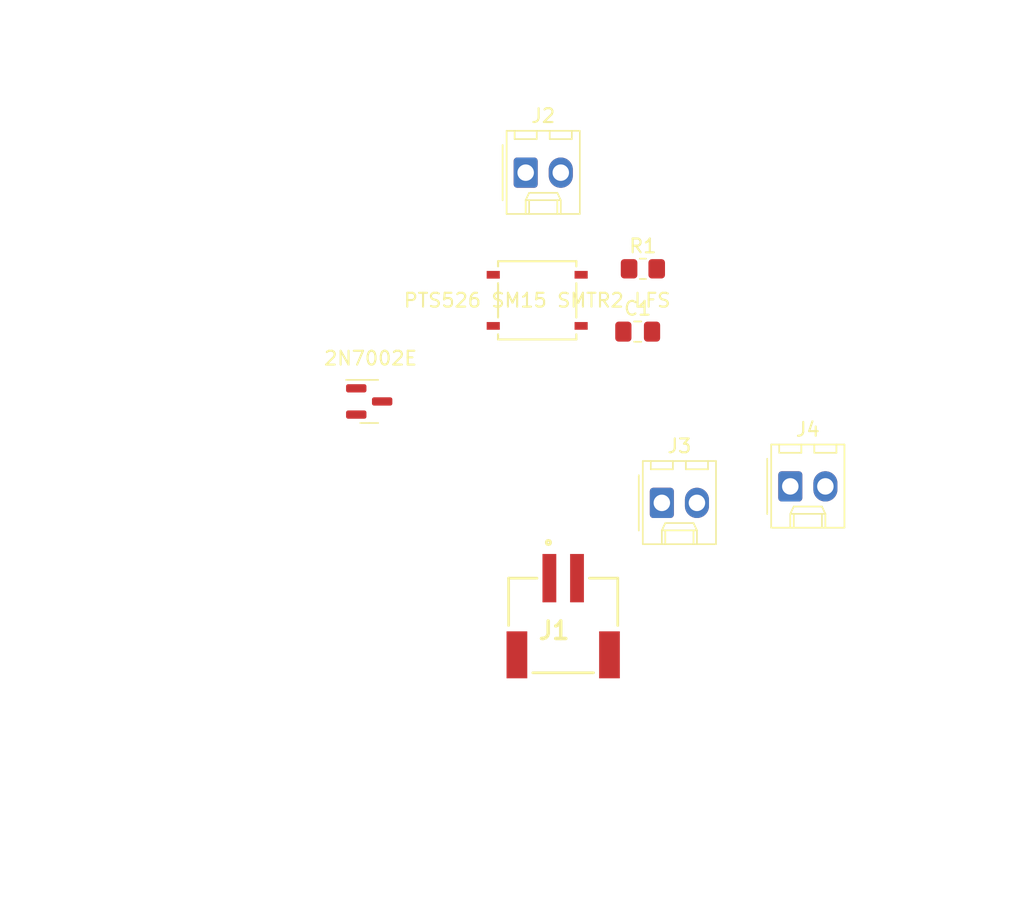
<source format=kicad_pcb>
(kicad_pcb (version 20221018) (generator pcbnew)
  (layers (0 "F.Cu" signal) (31 "B.Cu" signal) (34 "B.Paste" user) (35 "F.Paste" user) (36 "B.SilkS" user "B.Silkscreen") (37 "F.SilkS" user "F.Silkscreen") (38 "B.Mask" user) (39 "F.Mask" user) (44 "Edge.Cuts" user))
  (net 0 "")
  (net 1 "Net-(C1-Pad1)")
  (net 2 "GND")
  (net 3 "/BMS Power")
  (net 4 "/GPIO")
  (net 5 "/Motor1")
  (net 6 "/MCU")
  (footprint "MountingHole:MountingHole_3.2mm_M3" (layer "F.Cu") (at 106.3498 118.5164)
    (fp_text reference "H3" hide)
    (fp_text value "MountingHole" hide)
    (pad "" np_thru_hole circle (at 0 0) (size 3.2 3.2) (drill 3.2) (layers "*.Cu" "*.Mask"))
  )
  (footprint "MountingHole:MountingHole_3.2mm_M3" (layer "F.Cu") (at 107.696 81.4578)
    (fp_text reference "H2" hide)
    (fp_text value "MountingHole" hide)
    (pad "" np_thru_hole circle (at 0 0) (size 3.2 3.2) (drill 3.2) (layers "*.Cu" "*.Mask"))
  )
  (footprint "PTS526 SM15 SMTR2 LFS:SON4_PTS526 SM15 SMTR2 LFS_CNK" (layer "F.Cu") (at 128.061451 91.943799)
    (fp_text reference "SW1" hide)
    (fp_text value "PTS526 SM15 SMTR2 LFS" (at 0 0 unlocked) (layer "F.SilkS"))
    (fp_line (start -2.8321 -2.8321) (end -2.8321 -2.462139) (stroke (width 0.1524)) (layer "F.SilkS"))
    (fp_line (start -2.8321 -1.237859) (end -2.8321 1.237859) (stroke (width 0.1524)) (layer "F.SilkS"))
    (fp_line (start -2.8321 2.462139) (end -2.8321 2.8321) (stroke (width 0.1524)) (layer "F.SilkS"))
    (fp_line (start -2.8321 2.8321) (end 2.8321 2.8321) (stroke (width 0.1524)) (layer "F.SilkS"))
    (fp_line (start 2.8321 -2.8321) (end -2.8321 -2.8321) (stroke (width 0.1524)) (layer "F.SilkS"))
    (fp_line (start 2.8321 -2.462139) (end 2.8321 -2.8321) (stroke (width 0.1524)) (layer "F.SilkS"))
    (fp_line (start 2.8321 1.237859) (end 2.8321 -1.237859) (stroke (width 0.1524)) (layer "F.SilkS"))
    (fp_line (start 2.8321 2.8321) (end 2.8321 2.462139) (stroke (width 0.1524)) (layer "F.SilkS"))
    (pad "1" smd rect (at -3.180349 -1.849999) (size 0.9505 0.5588) (layers "F.Cu" "F.Paste" "F.Mask") (net 3 "/BMS Power"))
    (pad "2" smd rect (at -3.180349 1.849999) (size 0.9505 0.5588) (layers "F.Cu" "F.Paste" "F.Mask") (net 3 "/BMS Power"))
    (pad "3" smd rect (at 3.180349 1.849999) (size 0.9505 0.5588) (layers "F.Cu" "F.Paste" "F.Mask") (net 1 "Net-(C1-Pad1)"))
    (pad "4" smd rect (at 3.180349 -1.849999) (size 0.9505 0.5588) (layers "F.Cu" "F.Paste" "F.Mask") (net 1 "Net-(C1-Pad1)"))
  )
  (footprint "Capacitor_SMD:C_0805_2012Metric_Pad1.18x1.45mm_HandSolder" (layer "F.Cu") (at 135.3351 94.2086)
    (fp_text reference "C1" (at 0 -1.68) (layer "F.SilkS"))
    (fp_text value "1uF" hide)
    (fp_line (start -0.261252 -0.735) (end 0.261252 -0.735) (stroke (width 0.12)) (layer "F.SilkS"))
    (fp_line (start -0.261252 0.735) (end 0.261252 0.735) (stroke (width 0.12)) (layer "F.SilkS"))
    (pad "1" smd roundrect (at -1.0375 0) (size 1.175 1.45) (layers "F.Cu" "F.Paste" "F.Mask") (roundrect_rratio 0.212766) (net 1 "Net-(C1-Pad1)"))
    (pad "2" smd roundrect (at 1.0375 0) (size 1.175 1.45) (layers "F.Cu" "F.Paste" "F.Mask") (roundrect_rratio 0.212766) (net 2 "GND"))
  )
  (footprint "MountingHole:MountingHole_3.2mm_M3" (layer "F.Cu") (at 148.1074 115.7732)
    (fp_text reference "H4" hide)
    (fp_text value "MountingHole" hide)
    (pad "" np_thru_hole circle (at 0 0) (size 3.2 3.2) (drill 3.2) (layers "*.Cu" "*.Mask"))
  )
  (footprint "Connector_Molex:Molex_KK-254_AE-6410-02A_1x02_P2.54mm_Vertical" (layer "F.Cu") (at 127.2286 82.7024)
    (fp_text reference "J2" (at 1.27 -4.12) (layer "F.SilkS"))
    (fp_text value "Conn_01x02")
    (fp_line (start -1.67 -2) (end -1.67 2) (stroke (width 0.12)) (layer "F.SilkS"))
    (fp_line (start -1.38 -3.03) (end -1.38 2.99) (stroke (width 0.12)) (layer "F.SilkS"))
    (fp_line (start -1.38 2.99) (end 3.92 2.99) (stroke (width 0.12)) (layer "F.SilkS"))
    (fp_line (start -0.8 -3.03) (end -0.8 -2.43) (stroke (width 0.12)) (layer "F.SilkS"))
    (fp_line (start -0.8 -2.43) (end 0.8 -2.43) (stroke (width 0.12)) (layer "F.SilkS"))
    (fp_line (start 0 1.99) (end 0.25 1.46) (stroke (width 0.12)) (layer "F.SilkS"))
    (fp_line (start 0 1.99) (end 2.54 1.99) (stroke (width 0.12)) (layer "F.SilkS"))
    (fp_line (start 0 2.99) (end 0 1.99) (stroke (width 0.12)) (layer "F.SilkS"))
    (fp_line (start 0.25 1.46) (end 2.29 1.46) (stroke (width 0.12)) (layer "F.SilkS"))
    (fp_line (start 0.25 2.99) (end 0.25 1.99) (stroke (width 0.12)) (layer "F.SilkS"))
    (fp_line (start 0.8 -2.43) (end 0.8 -3.03) (stroke (width 0.12)) (layer "F.SilkS"))
    (fp_line (start 1.74 -3.03) (end 1.74 -2.43) (stroke (width 0.12)) (layer "F.SilkS"))
    (fp_line (start 1.74 -2.43) (end 3.34 -2.43) (stroke (width 0.12)) (layer "F.SilkS"))
    (fp_line (start 2.29 1.46) (end 2.54 1.99) (stroke (width 0.12)) (layer "F.SilkS"))
    (fp_line (start 2.29 2.99) (end 2.29 1.99) (stroke (width 0.12)) (layer "F.SilkS"))
    (fp_line (start 2.54 1.99) (end 2.54 2.99) (stroke (width 0.12)) (layer "F.SilkS"))
    (fp_line (start 3.34 -2.43) (end 3.34 -3.03) (stroke (width 0.12)) (layer "F.SilkS"))
    (fp_line (start 3.92 -3.03) (end -1.38 -3.03) (stroke (width 0.12)) (layer "F.SilkS"))
    (fp_line (start 3.92 2.99) (end 3.92 -3.03) (stroke (width 0.12)) (layer "F.SilkS"))
    (pad "1" thru_hole roundrect (at 0 0) (size 1.74 2.19) (drill 1.19) (layers "*.Cu" "*.Mask") (roundrect_rratio 0.143678) (net 6 "/MCU"))
    (pad "2" thru_hole oval (at 2.54 0) (size 1.74 2.19) (drill 1.19) (layers "*.Cu" "*.Mask") (net 4 "/GPIO"))
  )
  (footprint "Adafruit Accessories JST-PH 2-pin SMT Right Angle Connect:1769" (layer "F.Cu") (at 129.9436 112.052)
    (fp_text reference "J1" (at -0.662 3.794) (layer "F.SilkS") (effects (font (size 1.27 1.27) (thickness 0.254))))
    (fp_text value "1769" hide)
    (fp_line (start -3.95 0) (end -3.95 3.425) (stroke (width 0.2)) (layer "F.SilkS"))
    (fp_line (start -3.95 0) (end -1.9 0) (stroke (width 0.2)) (layer "F.SilkS"))
    (fp_line (start -2.196 6.849) (end 2.196 6.849) (stroke (width 0.2)) (layer "F.SilkS"))
    (fp_line (start 3.95 0) (end 1.9 0) (stroke (width 0.2)) (layer "F.SilkS"))
    (fp_line (start 3.95 0) (end 3.95 3.425) (stroke (width 0.2)) (layer "F.SilkS"))
    (fp_circle (center -1.069 -2.582) (end -1.069 -2.53) (stroke (width 0.2)) (fill none) (layer "F.SilkS"))
    (pad "1" smd rect (at -1 0) (size 1 3.5) (layers "F.Cu" "F.Paste" "F.Mask") (net 3 "/BMS Power"))
    (pad "2" smd rect (at 1 0) (size 1 3.5) (layers "F.Cu" "F.Paste" "F.Mask") (net 2 "GND"))
    (pad "3" smd rect (at -3.35 5.55) (size 1.5 3.4) (layers "F.Cu" "F.Paste" "F.Mask"))
    (pad "4" smd rect (at 3.35 5.55) (size 1.5 3.4) (layers "F.Cu" "F.Paste" "F.Mask"))
  )
  (footprint "MountingHole:MountingHole_3.2mm_M3" (layer "F.Cu") (at 149.606 83.7946)
    (fp_text reference "H1" hide)
    (fp_text value "MountingHole" hide)
    (pad "" np_thru_hole circle (at 0 0) (size 3.2 3.2) (drill 3.2) (layers "*.Cu" "*.Mask"))
  )
  (footprint "Connector_Molex:Molex_KK-254_AE-6410-02A_1x02_P2.54mm_Vertical" (layer "F.Cu") (at 137.0838 106.6038)
    (fp_text reference "J3" (at 1.27 -4.12) (layer "F.SilkS"))
    (fp_text value "Conn_01x02")
    (fp_line (start -1.67 -2) (end -1.67 2) (stroke (width 0.12)) (layer "F.SilkS"))
    (fp_line (start -1.38 -3.03) (end -1.38 2.99) (stroke (width 0.12)) (layer "F.SilkS"))
    (fp_line (start -1.38 2.99) (end 3.92 2.99) (stroke (width 0.12)) (layer "F.SilkS"))
    (fp_line (start -0.8 -3.03) (end -0.8 -2.43) (stroke (width 0.12)) (layer "F.SilkS"))
    (fp_line (start -0.8 -2.43) (end 0.8 -2.43) (stroke (width 0.12)) (layer "F.SilkS"))
    (fp_line (start 0 1.99) (end 0.25 1.46) (stroke (width 0.12)) (layer "F.SilkS"))
    (fp_line (start 0 1.99) (end 2.54 1.99) (stroke (width 0.12)) (layer "F.SilkS"))
    (fp_line (start 0 2.99) (end 0 1.99) (stroke (width 0.12)) (layer "F.SilkS"))
    (fp_line (start 0.25 1.46) (end 2.29 1.46) (stroke (width 0.12)) (layer "F.SilkS"))
    (fp_line (start 0.25 2.99) (end 0.25 1.99) (stroke (width 0.12)) (layer "F.SilkS"))
    (fp_line (start 0.8 -2.43) (end 0.8 -3.03) (stroke (width 0.12)) (layer "F.SilkS"))
    (fp_line (start 1.74 -3.03) (end 1.74 -2.43) (stroke (width 0.12)) (layer "F.SilkS"))
    (fp_line (start 1.74 -2.43) (end 3.34 -2.43) (stroke (width 0.12)) (layer "F.SilkS"))
    (fp_line (start 2.29 1.46) (end 2.54 1.99) (stroke (width 0.12)) (layer "F.SilkS"))
    (fp_line (start 2.29 2.99) (end 2.29 1.99) (stroke (width 0.12)) (layer "F.SilkS"))
    (fp_line (start 2.54 1.99) (end 2.54 2.99) (stroke (width 0.12)) (layer "F.SilkS"))
    (fp_line (start 3.34 -2.43) (end 3.34 -3.03) (stroke (width 0.12)) (layer "F.SilkS"))
    (fp_line (start 3.92 -3.03) (end -1.38 -3.03) (stroke (width 0.12)) (layer "F.SilkS"))
    (fp_line (start 3.92 2.99) (end 3.92 -3.03) (stroke (width 0.12)) (layer "F.SilkS"))
    (pad "1" thru_hole roundrect (at 0 0) (size 1.74 2.19) (drill 1.19) (layers "*.Cu" "*.Mask") (roundrect_rratio 0.143678) (net 5 "/Motor1"))
    (pad "2" thru_hole oval (at 2.54 0) (size 1.74 2.19) (drill 1.19) (layers "*.Cu" "*.Mask") (net 2 "GND"))
  )
  (footprint "Connector_Molex:Molex_KK-254_AE-6410-02A_1x02_P2.54mm_Vertical" (layer "F.Cu") (at 146.3802 105.41)
    (fp_text reference "J4" (at 1.27 -4.12) (layer "F.SilkS"))
    (fp_text value "Conn_01x02")
    (fp_line (start -1.67 -2) (end -1.67 2) (stroke (width 0.12)) (layer "F.SilkS"))
    (fp_line (start -1.38 -3.03) (end -1.38 2.99) (stroke (width 0.12)) (layer "F.SilkS"))
    (fp_line (start -1.38 2.99) (end 3.92 2.99) (stroke (width 0.12)) (layer "F.SilkS"))
    (fp_line (start -0.8 -3.03) (end -0.8 -2.43) (stroke (width 0.12)) (layer "F.SilkS"))
    (fp_line (start -0.8 -2.43) (end 0.8 -2.43) (stroke (width 0.12)) (layer "F.SilkS"))
    (fp_line (start 0 1.99) (end 0.25 1.46) (stroke (width 0.12)) (layer "F.SilkS"))
    (fp_line (start 0 1.99) (end 2.54 1.99) (stroke (width 0.12)) (layer "F.SilkS"))
    (fp_line (start 0 2.99) (end 0 1.99) (stroke (width 0.12)) (layer "F.SilkS"))
    (fp_line (start 0.25 1.46) (end 2.29 1.46) (stroke (width 0.12)) (layer "F.SilkS"))
    (fp_line (start 0.25 2.99) (end 0.25 1.99) (stroke (width 0.12)) (layer "F.SilkS"))
    (fp_line (start 0.8 -2.43) (end 0.8 -3.03) (stroke (width 0.12)) (layer "F.SilkS"))
    (fp_line (start 1.74 -3.03) (end 1.74 -2.43) (stroke (width 0.12)) (layer "F.SilkS"))
    (fp_line (start 1.74 -2.43) (end 3.34 -2.43) (stroke (width 0.12)) (layer "F.SilkS"))
    (fp_line (start 2.29 1.46) (end 2.54 1.99) (stroke (width 0.12)) (layer "F.SilkS"))
    (fp_line (start 2.29 2.99) (end 2.29 1.99) (stroke (width 0.12)) (layer "F.SilkS"))
    (fp_line (start 2.54 1.99) (end 2.54 2.99) (stroke (width 0.12)) (layer "F.SilkS"))
    (fp_line (start 3.34 -2.43) (end 3.34 -3.03) (stroke (width 0.12)) (layer "F.SilkS"))
    (fp_line (start 3.92 -3.03) (end -1.38 -3.03) (stroke (width 0.12)) (layer "F.SilkS"))
    (fp_line (start 3.92 2.99) (end 3.92 -3.03) (stroke (width 0.12)) (layer "F.SilkS"))
    (pad "1" thru_hole roundrect (at 0 0) (size 1.74 2.19) (drill 1.19) (layers "*.Cu" "*.Mask") (roundrect_rratio 0.143678) (net 5 "/Motor1"))
    (pad "2" thru_hole oval (at 2.54 0) (size 1.74 2.19) (drill 1.19) (layers "*.Cu" "*.Mask") (net 2 "GND"))
  )
  (footprint "Package_TO_SOT_SMD:SOT-23" (layer "F.Cu") (at 115.9025 99.2632)
    (fp_text reference "Q1" hide)
    (fp_text value "2N7002E" (at 0.0993 -3.1242) (layer "F.SilkS"))
    (fp_line (start 0 -1.56) (end -1.675 -1.56) (stroke (width 0.12)) (layer "F.SilkS"))
    (fp_line (start 0 -1.56) (end 0.65 -1.56) (stroke (width 0.12)) (layer "F.SilkS"))
    (fp_line (start 0 1.56) (end -0.65 1.56) (stroke (width 0.12)) (layer "F.SilkS"))
    (fp_line (start 0 1.56) (end 0.65 1.56) (stroke (width 0.12)) (layer "F.SilkS"))
    (pad "1" smd roundrect (at -0.9375 -0.95) (size 1.475 0.6) (layers "F.Cu" "F.Paste" "F.Mask") (net 4 "/GPIO"))
    (pad "2" smd roundrect (at -0.9375 0.95) (size 1.475 0.6) (layers "F.Cu" "F.Paste" "F.Mask") (net 5 "/Motor1"))
    (pad "3" smd roundrect (at 0.9375 0) (size 1.475 0.6) (layers "F.Cu" "F.Paste" "F.Mask") (net 3 "/BMS Power"))
  )
  (footprint "Resistor_SMD:R_0805_2012Metric_Pad1.20x1.40mm_HandSolder" (layer "F.Cu") (at 135.7122 89.662)
    (fp_text reference "R1" (at 0 -1.65) (layer "F.SilkS"))
    (fp_text value "10k" hide)
    (fp_line (start -0.227064 -0.735) (end 0.227064 -0.735) (stroke (width 0.12)) (layer "F.SilkS"))
    (fp_line (start -0.227064 0.735) (end 0.227064 0.735) (stroke (width 0.12)) (layer "F.SilkS"))
    (pad "1" smd roundrect (at -1 0) (size 1.2 1.4) (layers "F.Cu" "F.Paste" "F.Mask") (roundrect_rratio 0.208333) (net 1 "Net-(C1-Pad1)"))
    (pad "2" smd roundrect (at 1 0) (size 1.2 1.4) (layers "F.Cu" "F.Paste" "F.Mask") (roundrect_rratio 0.208333) (net 6 "/MCU"))
  )
)
</source>
